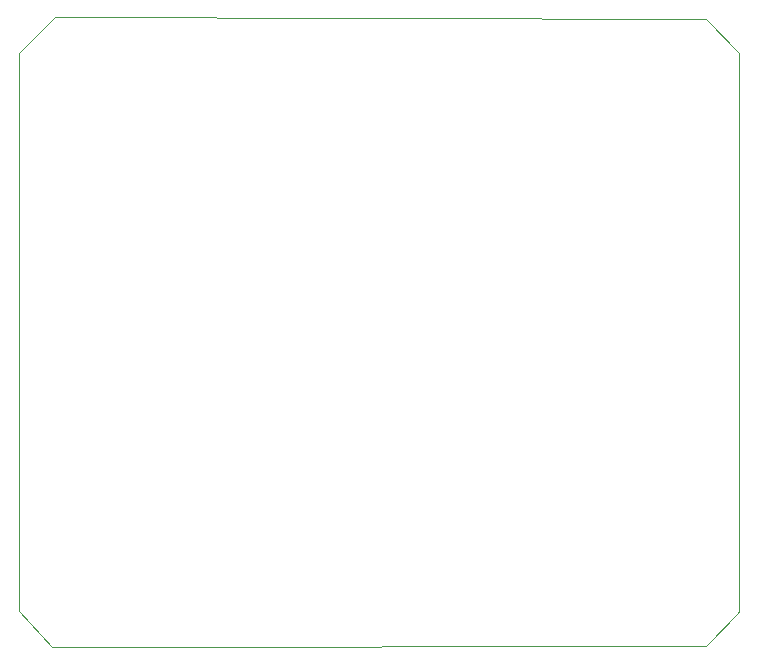
<source format=gbr>
%TF.GenerationSoftware,KiCad,Pcbnew,(6.0.7)*%
%TF.CreationDate,2022-11-28T13:53:11-06:00*%
%TF.ProjectId,Ebox,45626f78-2e6b-4696-9361-645f70636258,rev?*%
%TF.SameCoordinates,Original*%
%TF.FileFunction,Profile,NP*%
%FSLAX46Y46*%
G04 Gerber Fmt 4.6, Leading zero omitted, Abs format (unit mm)*
G04 Created by KiCad (PCBNEW (6.0.7)) date 2022-11-28 13:53:11*
%MOMM*%
%LPD*%
G01*
G04 APERTURE LIST*
%TA.AperFunction,Profile*%
%ADD10C,0.100000*%
%TD*%
G04 APERTURE END LIST*
D10*
X134924800Y-54813200D02*
X137769600Y-57658000D01*
X137769600Y-104902000D01*
X137668000Y-105105200D01*
X137769600Y-105054400D01*
X134924800Y-107899200D01*
X79603600Y-107950000D01*
X76758800Y-104902000D01*
X76809600Y-57708800D01*
X79806800Y-54610000D01*
X134924800Y-54813200D01*
M02*

</source>
